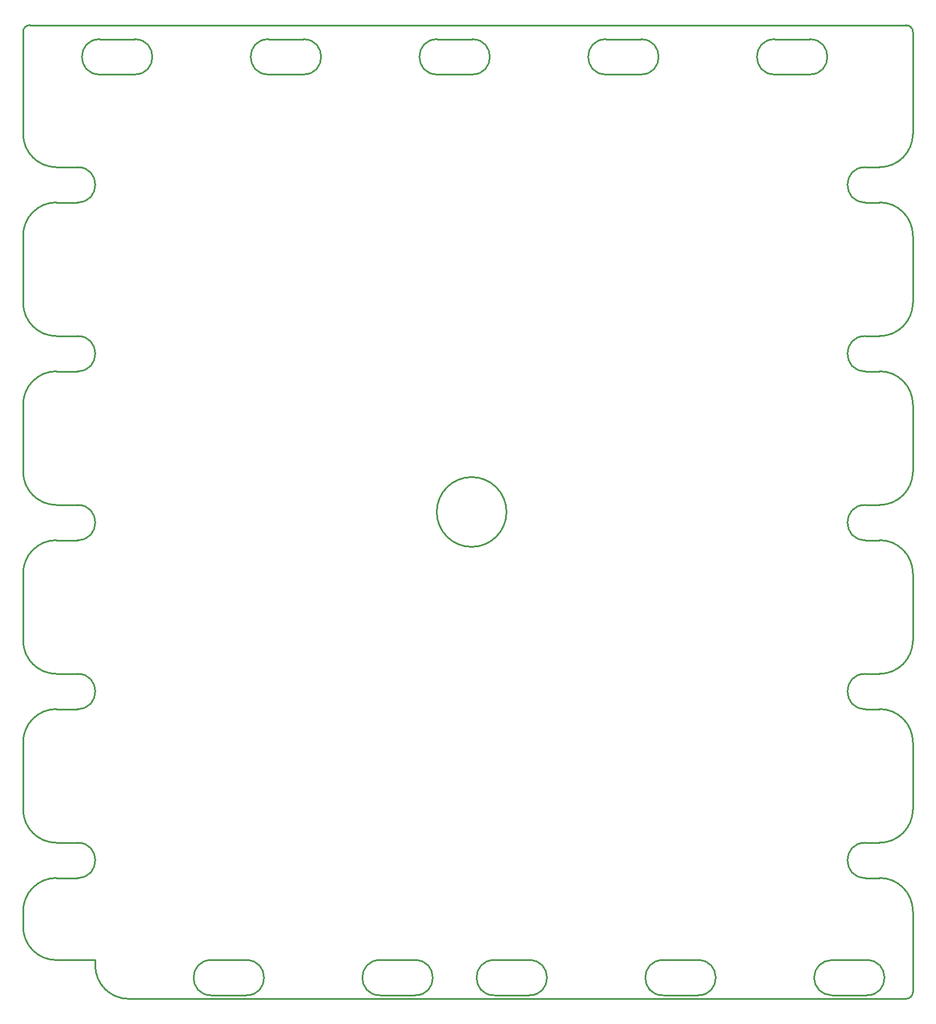
<source format=gbr>
%TF.GenerationSoftware,KiCad,Pcbnew,7.0.9*%
%TF.CreationDate,2024-08-20T19:33:21-06:00*%
%TF.ProjectId,4K layer,344b206c-6179-4657-922e-6b696361645f,rev?*%
%TF.SameCoordinates,Original*%
%TF.FileFunction,Profile,NP*%
%FSLAX46Y46*%
G04 Gerber Fmt 4.6, Leading zero omitted, Abs format (unit mm)*
G04 Created by KiCad (PCBNEW 7.0.9) date 2024-08-20 19:33:21*
%MOMM*%
%LPD*%
G01*
G04 APERTURE LIST*
%TA.AperFunction,Profile*%
%ADD10C,0.250000*%
%TD*%
G04 APERTURE END LIST*
D10*
X126634872Y-20353075D02*
G75*
G03*
X126634872Y-25653125I28J-2650025D01*
G01*
X126634872Y-45753075D02*
G75*
G03*
X126634872Y-51053125I28J-2650025D01*
G01*
X126634872Y-71153075D02*
G75*
G03*
X126634872Y-76453125I28J-2650025D01*
G01*
X126634872Y-96553075D02*
G75*
G03*
X126634872Y-101853125I28J-2650025D01*
G01*
X126634872Y-121953075D02*
G75*
G03*
X126634872Y-127253125I28J-2650025D01*
G01*
X126900030Y-144906311D02*
G75*
G03*
X126900030Y-139606289I-30J2650011D01*
G01*
X121600030Y-139606311D02*
G75*
G03*
X121600030Y-144906289I-30J-2649989D01*
G01*
X101500030Y-144906291D02*
G75*
G03*
X101500030Y-139606289I0J2650001D01*
G01*
X96200030Y-139606291D02*
G75*
G03*
X96200030Y-144906289I0J-2649999D01*
G01*
X70800030Y-139606291D02*
G75*
G03*
X70800030Y-144906289I0J-2649999D01*
G01*
X76100030Y-144906291D02*
G75*
G03*
X76100030Y-139606289I0J2650001D01*
G01*
X113004900Y-1112500D02*
G75*
G03*
X113004900Y-6412500I0J-2650000D01*
G01*
X118304900Y-6412500D02*
G75*
G03*
X118304900Y-1112500I0J2650000D01*
G01*
X87604900Y-1112500D02*
G75*
G03*
X87604900Y-6412500I0J-2650000D01*
G01*
X92904900Y-6412500D02*
G75*
G03*
X92904900Y-1112500I0J2650000D01*
G01*
X11404900Y-1112500D02*
G75*
G03*
X11404900Y-6412500I0J-2650000D01*
G01*
X16704900Y-6412500D02*
G75*
G03*
X16704900Y-1112500I0J2650000D01*
G01*
X36804900Y-1112500D02*
G75*
G03*
X36804900Y-6412500I0J-2650000D01*
G01*
X42104900Y-6412500D02*
G75*
G03*
X42104900Y-1112500I0J2650000D01*
G01*
X8109872Y-127253125D02*
G75*
G03*
X8109872Y-121953125I0J2650000D01*
G01*
X28209900Y-139606291D02*
G75*
G03*
X28209900Y-144906289I0J-2649999D01*
G01*
X33509900Y-144906291D02*
G75*
G03*
X33509900Y-139606289I0J2650001D01*
G01*
X53609900Y-139606311D02*
G75*
G03*
X53609900Y-144906289I0J-2649989D01*
G01*
X58909900Y-144906311D02*
G75*
G03*
X58909900Y-139606289I0J2650011D01*
G01*
X8109872Y-101853125D02*
G75*
G03*
X8109872Y-96553125I0J2650000D01*
G01*
X8109872Y-76453125D02*
G75*
G03*
X8109872Y-71153125I0J2650000D01*
G01*
X8109872Y-51053125D02*
G75*
G03*
X8109872Y-45753125I0J2650000D01*
G01*
X8109872Y-25653125D02*
G75*
G03*
X8109872Y-20353125I0J2650000D01*
G01*
X67504900Y-6412500D02*
G75*
G03*
X67504900Y-1112500I0J2650000D01*
G01*
X62204900Y-1112500D02*
G75*
G03*
X62204900Y-6412500I0J-2650000D01*
G01*
X4900000Y-127253120D02*
G75*
G03*
X-100000Y-132253125I0J-5000000D01*
G01*
X-99999Y-134606289D02*
G75*
G03*
X4900000Y-139606289I4999999J-1D01*
G01*
X10759901Y-140431289D02*
G75*
G03*
X15759900Y-145431289I4999999J-1D01*
G01*
X132819740Y-145431340D02*
G75*
G03*
X133819740Y-144431289I-40J1000040D01*
G01*
X133819675Y-132253125D02*
G75*
G03*
X128819740Y-127253125I-4999975J25D01*
G01*
X128819740Y-121953140D02*
G75*
G03*
X133819740Y-116953125I-40J5000040D01*
G01*
X133819675Y-106853125D02*
G75*
G03*
X128819740Y-101853125I-4999975J25D01*
G01*
X128819740Y-96553140D02*
G75*
G03*
X133819740Y-91553125I-40J5000040D01*
G01*
X133819675Y-81453125D02*
G75*
G03*
X128819740Y-76453125I-4999975J25D01*
G01*
X128819740Y-71153140D02*
G75*
G03*
X133819740Y-66153125I-40J5000040D01*
G01*
X133819675Y-56053125D02*
G75*
G03*
X128819740Y-51053125I-4999975J25D01*
G01*
X128819740Y-45753140D02*
G75*
G03*
X133819740Y-40753125I-40J5000040D01*
G01*
X133819675Y-30653125D02*
G75*
G03*
X128819740Y-25653125I-4999975J25D01*
G01*
X128819740Y-20353140D02*
G75*
G03*
X133819740Y-15353125I-40J5000040D01*
G01*
X133819700Y0D02*
G75*
G03*
X132819740Y1000000I-1000000J0D01*
G01*
X900000Y1000000D02*
G75*
G03*
X-100000Y0I0J-1000000D01*
G01*
X-100000Y-15353125D02*
G75*
G03*
X4900000Y-20353125I5000000J0D01*
G01*
X4900000Y-25653120D02*
G75*
G03*
X-100000Y-30653125I0J-5000000D01*
G01*
X-100000Y-40753125D02*
G75*
G03*
X4900000Y-45753125I5000000J0D01*
G01*
X4900000Y-51053120D02*
G75*
G03*
X-100000Y-56053125I0J-5000000D01*
G01*
X-100000Y-66153125D02*
G75*
G03*
X4900000Y-71153125I5000000J0D01*
G01*
X4900000Y-76453120D02*
G75*
G03*
X-100000Y-81453125I0J-5000000D01*
G01*
X-100000Y-91553125D02*
G75*
G03*
X4900000Y-96553125I5000000J0D01*
G01*
X4900000Y-101853120D02*
G75*
G03*
X-100000Y-106853125I0J-5000000D01*
G01*
X-100000Y-116953125D02*
G75*
G03*
X4900000Y-121953125I5000000J0D01*
G01*
X-100000Y-30653125D02*
X-100000Y-40753125D01*
X-100000Y0D02*
X-100000Y-15353125D01*
X-100000Y-56053125D02*
X-100000Y-66153125D01*
X-100000Y-81453125D02*
X-100000Y-91553125D01*
X-100000Y-106853125D02*
X-100000Y-116953125D01*
X128819740Y-25653125D02*
X126634872Y-25653125D01*
X128819740Y-51053125D02*
X126634872Y-51053125D01*
X128819740Y-76453125D02*
X126634872Y-76453125D01*
X128819740Y-101853125D02*
X126634872Y-101853125D01*
X128819740Y-121953125D02*
X126634872Y-121953125D01*
X126900030Y-144906289D02*
X121600030Y-144906289D01*
X101500030Y-144906289D02*
X96200030Y-144906289D01*
X76100030Y-139606289D02*
X70800030Y-139606289D01*
X118304900Y-1112500D02*
X113004900Y-1112500D01*
X92904900Y-1112500D02*
X87604900Y-1112500D01*
X16704900Y-1112500D02*
X11404900Y-1112500D01*
X42104900Y-1112500D02*
X36804900Y-1112500D01*
X8109872Y-121953125D02*
X4900000Y-121953125D01*
X10759900Y-139606289D02*
X4900000Y-139606289D01*
X33509900Y-139606289D02*
X28209900Y-139606289D01*
X58909900Y-139606289D02*
X53609900Y-139606289D01*
X8109872Y-101853125D02*
X4900000Y-101853125D01*
X8109872Y-76453125D02*
X4900000Y-76453125D01*
X8109872Y-51053125D02*
X4900000Y-51053125D01*
X8109872Y-25653125D02*
X4900000Y-25653125D01*
X15759900Y-145431289D02*
X132819740Y-145431289D01*
X900000Y1000000D02*
X132819740Y1000000D01*
X67504900Y-1112500D02*
X62204900Y-1112500D01*
X67504900Y-6412500D02*
X62204900Y-6412500D01*
X128819740Y-45753125D02*
X126634872Y-45753125D01*
X128819740Y-71153125D02*
X126634872Y-71153125D01*
X128819740Y-96553125D02*
X126634872Y-96553125D01*
X128819740Y-127253125D02*
X126634872Y-127253125D01*
X126900030Y-139606289D02*
X121600030Y-139606289D01*
X101500030Y-139606289D02*
X96200030Y-139606289D01*
X76100030Y-144906289D02*
X70800030Y-144906289D01*
X118304900Y-6412500D02*
X113004900Y-6412500D01*
X92904900Y-6412500D02*
X87604900Y-6412500D01*
X16704900Y-6412500D02*
X11404900Y-6412500D01*
X42104900Y-6412500D02*
X36804900Y-6412500D01*
X8109872Y-127253125D02*
X4900000Y-127253125D01*
X33509900Y-144906289D02*
X28209900Y-144906289D01*
X58909900Y-144906289D02*
X53609900Y-144906289D01*
X8109872Y-96553125D02*
X4900000Y-96553125D01*
X8109872Y-71153125D02*
X4900000Y-71153125D01*
X8109872Y-45753125D02*
X4900000Y-45753125D01*
X8109872Y-20353125D02*
X4900000Y-20353125D01*
X-100000Y-132253125D02*
X-100000Y-134606289D01*
X128819740Y-20353125D02*
X126634872Y-20353125D01*
X10759900Y-140431289D02*
X10759900Y-139606289D01*
X133819740Y-132253125D02*
X133819740Y-144431289D01*
X133819740Y-106853125D02*
X133819740Y-116953125D01*
X133819740Y-81453125D02*
X133819740Y-91553125D01*
X133819740Y-56053125D02*
X133819740Y-66153125D01*
X133819740Y-30653125D02*
X133819740Y-40753125D01*
X133819740Y0D02*
X133819740Y-15353125D01*
X72659870Y-72215645D02*
G75*
G03*
X72659870Y-72215645I-5250000J0D01*
G01*
M02*

</source>
